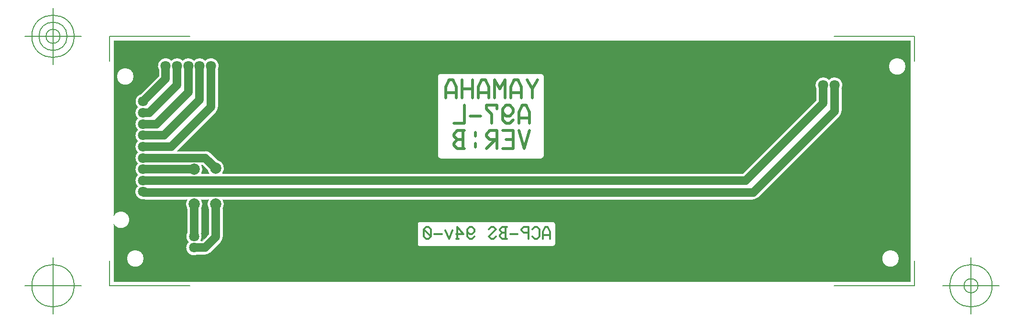
<source format=gbr>
G04 Generated by Ultiboard 14.2 *
%FSLAX34Y34*%
%MOMM*%

%ADD10C,0.0001*%
%ADD11C,0.0010*%
%ADD12C,1.5000*%
%ADD13C,0.5000*%
%ADD14C,0.3333*%
%ADD15C,0.1270*%
%ADD16C,2.0000*%
%ADD17C,1.8000*%


G04 ColorRGB 0000FF for the following layer *
%LNCopper Bottom*%
%LPD*%
G54D10*
G36*
X5029Y122210D02*
X5029Y122210D01*
X5029Y431971D01*
X1414971Y431971D01*
X1414971Y5029D01*
X5029Y5029D01*
X5029Y106390D01*
G75*
D01*
G03X5029Y122210I12751J7910*
G01*
D02*
G37*
%LPC*%
G36*
X1289876Y297994D02*
G75*
D01*
G03X1293566Y306889I-8876J8895*
G01*
X1293566Y306889D01*
X1293566Y346815D01*
G75*
D01*
G03X1271000Y362805I-12566J6185*
G01*
G75*
D01*
G03X1248435Y346815I-10000J-9805*
G01*
X1248435Y346815D01*
X1248435Y326405D01*
X1194971Y272941D01*
X1157000Y234971D01*
X1157000Y234971D01*
X1118595Y196566D01*
X197293Y196566D01*
G75*
D01*
G03X188506Y220424I-11873J9174*
G01*
X188506Y220424D01*
X176055Y232876D01*
G74*
D01*
G03X167160Y236566I8895J8876*
G01*
X167160Y236566D01*
X117176Y236566D01*
X185876Y305265D01*
G75*
D01*
G03X189566Y314160I-8876J8895*
G01*
X189566Y314160D01*
X189566Y380815D01*
G75*
D01*
G03X167000Y396805I-12566J6185*
G01*
G75*
D01*
G03X147000Y396805I-10000J-9805*
G01*
G75*
D01*
G03X127000Y396805I-10000J-9805*
G01*
G75*
D01*
G03X107000Y396805I-10000J-9805*
G01*
G75*
D01*
G03X84435Y380815I-10000J-9805*
G01*
X84435Y380815D01*
X84435Y369205D01*
X52488Y337258D01*
G75*
D01*
G03X47195Y314000I4512J-13258*
G01*
G75*
D01*
G03X47195Y294000I9805J-10000*
G01*
G75*
D01*
G03X47195Y274000I9805J-10000*
G01*
G75*
D01*
G03X47195Y254000I9805J-10000*
G01*
G75*
D01*
G03X47195Y234000I9805J-10000*
G01*
G75*
D01*
G03X47195Y214000I9805J-10000*
G01*
G75*
D01*
G03X47195Y194000I9805J-10000*
G01*
G75*
D01*
G03X47195Y174000I9805J-10000*
G01*
G75*
D01*
G03X59974Y150315I9805J-10000*
G01*
X59974Y150315D01*
X134673Y150315D01*
G75*
D01*
G03X134755Y134039I12647J-8075*
G01*
X134755Y134039D01*
X134755Y91796D01*
G75*
D01*
G03X137195Y75000I12245J-6796*
G01*
G75*
D01*
G03X153185Y52435I9805J-10000*
G01*
X153185Y52435D01*
X166597Y52435D01*
G75*
D01*
G03X166927Y52439I3J12565*
G01*
G74*
D01*
G03X175495Y56124I327J12561*
G01*
X175495Y56124D01*
X194296Y74925D01*
G75*
D01*
G03X197986Y83820I-8876J8895*
G01*
X197986Y83820D01*
X197986Y134039D01*
G75*
D01*
G03X198067Y150315I-12566J8201*
G01*
X198067Y150315D01*
X1136985Y150315D01*
G75*
D01*
G03X1139400Y150547I8J12565*
G01*
G74*
D01*
G03X1145888Y154004I2407J12333*
G01*
X1145888Y154004D01*
X1194971Y203088D01*
X1194971Y203088D01*
X1226853Y234971D01*
X1226853Y234971D01*
X1289876Y297994D01*
D02*
G37*
G36*
X546560Y67468D02*
X546560Y67468D01*
X782600Y67468D01*
G75*
D01*
G03X786452Y71320I0J3852*
G01*
X786452Y71320D01*
X786452Y106960D01*
G74*
D01*
G03X782600Y110812I3852J0*
G01*
X782600Y110812D01*
X546560Y110812D01*
G75*
D01*
G03X542708Y106960I0J-3852*
G01*
X542708Y106960D01*
X542708Y71320D01*
G75*
D01*
G03X546560Y67468I3852J0*
G01*
D02*
G37*
G36*
X762072Y373145D02*
X762072Y373145D01*
X582928Y373145D01*
G75*
D01*
G03X578595Y368812I0J-4333*
G01*
X578595Y368812D01*
X578595Y227468D01*
G75*
D01*
G03X582928Y223135I4333J0*
G01*
X582928Y223135D01*
X762072Y223135D01*
G75*
D01*
G03X766405Y227468I0J4333*
G01*
X766405Y227468D01*
X766405Y368812D01*
G74*
D01*
G03X762072Y373145I4333J0*
G01*
D02*
G37*
G36*
X1376915Y386080D02*
G75*
D01*
G03X1376915Y386080I15005J0*
G01*
D02*
G37*
G36*
X10395Y368300D02*
G75*
D01*
G03X10395Y368300I15005J0*
G01*
D02*
G37*
G36*
X1364995Y45720D02*
G75*
D01*
G03X1364995Y45720I15005J0*
G01*
D02*
G37*
G36*
X28175Y45720D02*
G75*
D01*
G03X28175Y45720I15005J0*
G01*
D02*
G37*
%LPD*%
G36*
X158869Y77566D02*
X158869Y77566D01*
X161395Y77566D01*
X172855Y89025D01*
X172855Y134039D01*
G75*
D01*
G02X172773Y150315I12565J8201*
G01*
X172773Y150315D01*
X159967Y150315D01*
G75*
D01*
G02X159886Y134039I-12647J-8075*
G01*
X159886Y134039D01*
X159886Y90487D01*
G75*
D01*
G02X158869Y77566I-12886J-5487*
G01*
D02*
G37*
G36*
X160354Y196566D02*
G75*
D01*
G03X160354Y211435I-13034J7434*
G01*
X160354Y211435D01*
X161955Y211435D01*
X170736Y202654D01*
G74*
D01*
G03X173547Y196566I14684J3086*
G01*
X173547Y196566D01*
X160354Y196566D01*
D02*
G37*
G54D11*
X160354Y196566D02*
G75*
D01*
G03X160354Y211435I-13034J7434*
G01*
X161955Y211435D01*
X170736Y202654D01*
G74*
D01*
G03X173547Y196566I14684J3086*
G01*
X160354Y196566D01*
X1289876Y297994D02*
G75*
D01*
G03X1293566Y306889I-8876J8895*
G01*
X1293566Y346815D01*
G75*
D01*
G03X1271000Y362805I-12566J6185*
G01*
G75*
D01*
G03X1248435Y346815I-10000J-9805*
G01*
X1248435Y326405D01*
X1194971Y272941D01*
X1157000Y234971D01*
X1157000Y234971D01*
X1118595Y196566D01*
X197293Y196566D01*
G75*
D01*
G03X188506Y220424I-11873J9174*
G01*
X176055Y232876D01*
G74*
D01*
G03X167160Y236566I8895J8876*
G01*
X117176Y236566D01*
X185876Y305265D01*
G75*
D01*
G03X189566Y314160I-8876J8895*
G01*
X189566Y380815D01*
G75*
D01*
G03X167000Y396805I-12566J6185*
G01*
G75*
D01*
G03X147000Y396805I-10000J-9805*
G01*
G75*
D01*
G03X127000Y396805I-10000J-9805*
G01*
G75*
D01*
G03X107000Y396805I-10000J-9805*
G01*
G75*
D01*
G03X84435Y380815I-10000J-9805*
G01*
X84435Y369205D01*
X52488Y337258D01*
G75*
D01*
G03X47195Y314000I4512J-13258*
G01*
G75*
D01*
G03X47195Y294000I9805J-10000*
G01*
G75*
D01*
G03X47195Y274000I9805J-10000*
G01*
G75*
D01*
G03X47195Y254000I9805J-10000*
G01*
G75*
D01*
G03X47195Y234000I9805J-10000*
G01*
G75*
D01*
G03X47195Y214000I9805J-10000*
G01*
G75*
D01*
G03X47195Y194000I9805J-10000*
G01*
G75*
D01*
G03X47195Y174000I9805J-10000*
G01*
G75*
D01*
G03X59974Y150315I9805J-10000*
G01*
X134673Y150315D01*
G75*
D01*
G03X134755Y134039I12647J-8075*
G01*
X134755Y91796D01*
G75*
D01*
G03X137195Y75000I12245J-6796*
G01*
G75*
D01*
G03X153185Y52435I9805J-10000*
G01*
X166597Y52435D01*
G75*
D01*
G03X166927Y52439I3J12565*
G01*
G74*
D01*
G03X175495Y56124I327J12561*
G01*
X194296Y74925D01*
G75*
D01*
G03X197986Y83820I-8876J8895*
G01*
X197986Y134039D01*
G75*
D01*
G03X198067Y150315I-12566J8201*
G01*
X1136985Y150315D01*
G75*
D01*
G03X1139400Y150547I8J12565*
G01*
G74*
D01*
G03X1145888Y154004I2407J12333*
G01*
X1194971Y203088D01*
X1194971Y203088D01*
X1226853Y234971D01*
X1226853Y234971D01*
X1289876Y297994D01*
X546560Y67468D02*
X782600Y67468D01*
G75*
D01*
G03X786452Y71320I0J3852*
G01*
X786452Y106960D01*
G74*
D01*
G03X782600Y110812I3852J0*
G01*
X546560Y110812D01*
G75*
D01*
G03X542708Y106960I0J-3852*
G01*
X542708Y71320D01*
G75*
D01*
G03X546560Y67468I3852J0*
G01*
X762072Y373145D02*
X582928Y373145D01*
G75*
D01*
G03X578595Y368812I0J-4333*
G01*
X578595Y227468D01*
G75*
D01*
G03X582928Y223135I4333J0*
G01*
X762072Y223135D01*
G75*
D01*
G03X766405Y227468I0J4333*
G01*
X766405Y368812D01*
G74*
D01*
G03X762072Y373145I4333J0*
G01*
X1376915Y386080D02*
G75*
D01*
G03X1376915Y386080I15005J0*
G01*
X10395Y368300D02*
G75*
D01*
G03X10395Y368300I15005J0*
G01*
X1364995Y45720D02*
G75*
D01*
G03X1364995Y45720I15005J0*
G01*
X28175Y45720D02*
G75*
D01*
G03X28175Y45720I15005J0*
G01*
X5029Y122210D02*
X5029Y431971D01*
X1414971Y431971D01*
X1414971Y5029D01*
X5029Y5029D01*
X5029Y106390D01*
G75*
D01*
G03X5029Y122210I12751J7910*
G01*
X158869Y77566D02*
X161395Y77566D01*
X172855Y89025D01*
X172855Y134039D01*
G75*
D01*
G02X172773Y150315I12565J8201*
G01*
X159967Y150315D01*
G75*
D01*
G02X159886Y134039I-12647J-8075*
G01*
X159886Y90487D01*
G75*
D01*
G02X158869Y77566I-12886J-5487*
G01*
G54D12*
X147000Y65000D02*
X166600Y65000D01*
X97000Y387000D02*
X97000Y364000D01*
X57000Y324000D01*
X137000Y387000D02*
X137000Y340200D01*
X80800Y284000D01*
X57000Y284000D01*
X157000Y387000D02*
X157000Y327180D01*
X93820Y264000D01*
X57000Y264000D01*
X177000Y387000D02*
X177000Y314160D01*
X106840Y244000D01*
X57000Y244000D01*
X117000Y353564D02*
X67436Y304000D01*
X57000Y304000D01*
X117000Y387000D02*
X117000Y353564D01*
X57000Y204000D02*
X146520Y204000D01*
X1281000Y353000D02*
X1281000Y306889D01*
X58120Y162880D02*
X57000Y164000D01*
X1136993Y162880D02*
X58120Y162880D01*
X1281000Y306889D02*
X1136993Y162880D01*
X1261000Y321200D02*
X1123800Y184000D01*
X57000Y184000D02*
X1123800Y184000D01*
X1261000Y353000D02*
X1261000Y321200D01*
X167160Y224000D02*
X185420Y205740D01*
X57000Y224000D02*
X167160Y224000D01*
X185420Y83820D02*
X166600Y65000D01*
X185420Y139700D02*
X185420Y83820D01*
X147320Y139700D02*
X147320Y85000D01*
X147320Y83820D01*
G54D13*
X755700Y362426D02*
X746100Y346354D01*
X736500Y362426D01*
X746100Y346354D02*
X746100Y330283D01*
X726900Y330283D02*
X726900Y349569D01*
X720500Y362426D01*
X714100Y362426D01*
X707700Y349569D01*
X707700Y330283D01*
X726900Y339926D02*
X707700Y339926D01*
X698100Y330283D02*
X698100Y362426D01*
X688500Y346354D01*
X678900Y362426D01*
X678900Y330283D01*
X669300Y330283D02*
X669300Y349569D01*
X662900Y362426D01*
X656500Y362426D01*
X650100Y349569D01*
X650100Y330283D01*
X669300Y339926D02*
X650100Y339926D01*
X640500Y330283D02*
X640500Y362426D01*
X621300Y330283D02*
X621300Y362426D01*
X640500Y346354D02*
X621300Y346354D01*
X611700Y330283D02*
X611700Y349569D01*
X605300Y362426D01*
X598900Y362426D01*
X592500Y349569D01*
X592500Y330283D01*
X611700Y339926D02*
X592500Y339926D01*
X741300Y285283D02*
X741300Y304569D01*
X734900Y317426D01*
X728500Y317426D01*
X722100Y304569D01*
X722100Y285283D01*
X741300Y294926D02*
X722100Y294926D01*
X712500Y291711D02*
X706100Y285283D01*
X699700Y285283D01*
X693300Y291711D01*
X693300Y304569D01*
X693300Y310997D01*
X699700Y317426D01*
X706100Y317426D01*
X712500Y310997D01*
X712500Y304569D01*
X706100Y298140D01*
X699700Y298140D01*
X693300Y304569D01*
X674100Y285283D02*
X674100Y301354D01*
X664500Y310997D01*
X664500Y317426D01*
X683700Y317426D01*
X683700Y310997D01*
X654900Y298140D02*
X635700Y298140D01*
X626100Y317426D02*
X626100Y285283D01*
X606900Y285283D01*
X741300Y272426D02*
X731700Y240283D01*
X722100Y272426D01*
X693300Y240283D02*
X712500Y240283D01*
X712500Y256354D01*
X712500Y272426D01*
X693300Y272426D01*
X712500Y256354D02*
X699700Y256354D01*
X683700Y240283D02*
X683700Y272426D01*
X670900Y272426D01*
X664500Y265997D01*
X664500Y262783D01*
X670900Y256354D01*
X683700Y256354D01*
X680500Y256354D02*
X664500Y240283D01*
X645300Y269211D02*
X645300Y262783D01*
X645300Y243497D02*
X645300Y249926D01*
X626100Y240283D02*
X613300Y240283D01*
X606900Y246711D01*
X606900Y249926D01*
X613300Y256354D01*
X606900Y262783D01*
X606900Y265997D01*
X613300Y272426D01*
X622900Y272426D01*
X626100Y272426D01*
X622900Y256354D02*
X613300Y256354D01*
X622900Y272426D02*
X622900Y240283D01*
G54D14*
X777647Y80569D02*
X777647Y93426D01*
X773380Y101997D01*
X769113Y101997D01*
X764847Y93426D01*
X764847Y80569D01*
X777647Y86997D02*
X764847Y86997D01*
X745647Y84854D02*
X749913Y80569D01*
X754180Y80569D01*
X758447Y84854D01*
X758447Y97711D01*
X754180Y101997D01*
X749913Y101997D01*
X745647Y97711D01*
X739247Y80569D02*
X739247Y101997D01*
X730713Y101997D01*
X726447Y97711D01*
X726447Y95569D01*
X730713Y91283D01*
X739247Y91283D01*
X720047Y89140D02*
X707247Y89140D01*
X700847Y80569D02*
X692313Y80569D01*
X688047Y84854D01*
X688047Y86997D01*
X692313Y91283D01*
X688047Y95569D01*
X688047Y97711D01*
X692313Y101997D01*
X698713Y101997D01*
X700847Y101997D01*
X698713Y91283D02*
X692313Y91283D01*
X698713Y101997D02*
X698713Y80569D01*
X681647Y84854D02*
X677380Y80569D01*
X673113Y80569D01*
X668847Y84854D01*
X681647Y97711D01*
X677380Y101997D01*
X673113Y101997D01*
X668847Y97711D01*
X643247Y84854D02*
X638980Y80569D01*
X634713Y80569D01*
X630447Y84854D01*
X630447Y93426D01*
X630447Y97711D01*
X634713Y101997D01*
X638980Y101997D01*
X643247Y97711D01*
X643247Y93426D01*
X638980Y89140D01*
X634713Y89140D01*
X630447Y93426D01*
X611247Y89140D02*
X624047Y89140D01*
X613380Y101997D01*
X613380Y80569D01*
X615513Y80569D02*
X611247Y80569D01*
X604847Y95569D02*
X598447Y80569D01*
X592047Y95569D01*
X585647Y89140D02*
X572847Y89140D01*
X566447Y97711D02*
X562180Y101997D01*
X557913Y101997D01*
X553647Y97711D01*
X553647Y84854D01*
X557913Y80569D01*
X562180Y80569D01*
X566447Y84854D01*
X566447Y97711D01*
X553647Y97711D02*
X566447Y84854D01*
G54D15*
X-2540Y-2540D02*
X-2540Y41668D01*
X-2540Y-2540D02*
X139968Y-2540D01*
X1422540Y-2540D02*
X1280032Y-2540D01*
X1422540Y-2540D02*
X1422540Y41668D01*
X1422540Y439540D02*
X1422540Y395332D01*
X1422540Y439540D02*
X1280032Y439540D01*
X-2540Y439540D02*
X139968Y439540D01*
X-2540Y439540D02*
X-2540Y395332D01*
X-52540Y-2540D02*
X-152540Y-2540D01*
X-102540Y-52540D02*
X-102540Y47460D01*
X-140040Y-2540D02*
G75*
D01*
G02X-140040Y-2540I37500J0*
G01*
X1472540Y-2540D02*
X1572540Y-2540D01*
X1522540Y-52540D02*
X1522540Y47460D01*
X1485040Y-2540D02*
G75*
D01*
G02X1485040Y-2540I37500J0*
G01*
X1510040Y-2540D02*
G75*
D01*
G02X1510040Y-2540I12500J0*
G01*
X-52540Y439540D02*
X-152540Y439540D01*
X-102540Y389540D02*
X-102540Y489540D01*
X-140040Y439540D02*
G75*
D01*
G02X-140040Y439540I37500J0*
G01*
X-127540Y439540D02*
G75*
D01*
G02X-127540Y439540I25000J0*
G01*
X-115040Y439540D02*
G75*
D01*
G02X-115040Y439540I12500J0*
G01*
G54D16*
X185420Y142240D03*
X185420Y205740D03*
X147320Y142240D03*
X147320Y204000D03*
G54D17*
X147000Y85000D03*
X147000Y65000D03*
X57000Y164000D03*
X57000Y324000D03*
X57000Y304000D03*
X57000Y284000D03*
X57000Y264000D03*
X57000Y244000D03*
X57000Y224000D03*
X57000Y204000D03*
X57000Y184000D03*
X1281000Y353000D03*
X1261000Y353000D03*
X177000Y387000D03*
X157000Y387000D03*
X137000Y387000D03*
X117000Y387000D03*
X97000Y387000D03*

M02*

</source>
